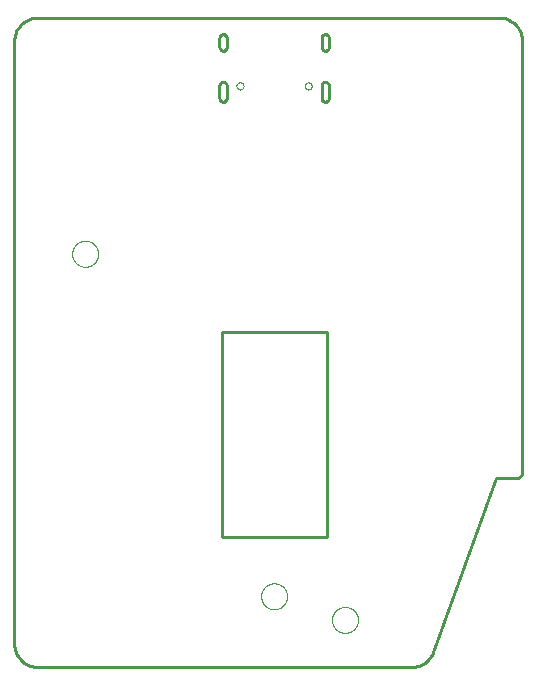
<source format=gko>
G04 EAGLE Gerber RS-274X export*
G75*
%MOMM*%
%FSLAX34Y34*%
%LPD*%
%INBoard Outline*%
%IPPOS*%
%AMOC8*
5,1,8,0,0,1.08239X$1,22.5*%
G01*
G04 Define Apertures*
%ADD10C,0.000000*%
%ADD11C,0.127000*%
%ADD12C,0.254000*%
D10*
X-171000Y150000D02*
X-170997Y150270D01*
X-170987Y150540D01*
X-170970Y150809D01*
X-170947Y151078D01*
X-170917Y151347D01*
X-170881Y151614D01*
X-170838Y151881D01*
X-170789Y152146D01*
X-170733Y152410D01*
X-170670Y152673D01*
X-170602Y152934D01*
X-170526Y153193D01*
X-170445Y153450D01*
X-170357Y153706D01*
X-170263Y153959D01*
X-170163Y154210D01*
X-170056Y154458D01*
X-169944Y154703D01*
X-169825Y154946D01*
X-169701Y155185D01*
X-169571Y155422D01*
X-169435Y155655D01*
X-169293Y155885D01*
X-169146Y156111D01*
X-168993Y156334D01*
X-168835Y156553D01*
X-168672Y156768D01*
X-168503Y156978D01*
X-168329Y157185D01*
X-168150Y157387D01*
X-167967Y157585D01*
X-167778Y157778D01*
X-167585Y157967D01*
X-167387Y158150D01*
X-167185Y158329D01*
X-166978Y158503D01*
X-166768Y158672D01*
X-166553Y158835D01*
X-166334Y158993D01*
X-166111Y159146D01*
X-165885Y159293D01*
X-165655Y159435D01*
X-165422Y159571D01*
X-165185Y159701D01*
X-164946Y159825D01*
X-164703Y159944D01*
X-164458Y160056D01*
X-164210Y160163D01*
X-163959Y160263D01*
X-163706Y160357D01*
X-163450Y160445D01*
X-163193Y160526D01*
X-162934Y160602D01*
X-162673Y160670D01*
X-162410Y160733D01*
X-162146Y160789D01*
X-161881Y160838D01*
X-161614Y160881D01*
X-161347Y160917D01*
X-161078Y160947D01*
X-160809Y160970D01*
X-160540Y160987D01*
X-160270Y160997D01*
X-160000Y161000D01*
X-159730Y160997D01*
X-159460Y160987D01*
X-159191Y160970D01*
X-158922Y160947D01*
X-158653Y160917D01*
X-158386Y160881D01*
X-158119Y160838D01*
X-157854Y160789D01*
X-157590Y160733D01*
X-157327Y160670D01*
X-157066Y160602D01*
X-156807Y160526D01*
X-156550Y160445D01*
X-156294Y160357D01*
X-156041Y160263D01*
X-155790Y160163D01*
X-155542Y160056D01*
X-155297Y159944D01*
X-155054Y159825D01*
X-154815Y159701D01*
X-154578Y159571D01*
X-154345Y159435D01*
X-154115Y159293D01*
X-153889Y159146D01*
X-153666Y158993D01*
X-153447Y158835D01*
X-153232Y158672D01*
X-153022Y158503D01*
X-152815Y158329D01*
X-152613Y158150D01*
X-152415Y157967D01*
X-152222Y157778D01*
X-152033Y157585D01*
X-151850Y157387D01*
X-151671Y157185D01*
X-151497Y156978D01*
X-151328Y156768D01*
X-151165Y156553D01*
X-151007Y156334D01*
X-150854Y156111D01*
X-150707Y155885D01*
X-150565Y155655D01*
X-150429Y155422D01*
X-150299Y155185D01*
X-150175Y154946D01*
X-150056Y154703D01*
X-149944Y154458D01*
X-149837Y154210D01*
X-149737Y153959D01*
X-149643Y153706D01*
X-149555Y153450D01*
X-149474Y153193D01*
X-149398Y152934D01*
X-149330Y152673D01*
X-149267Y152410D01*
X-149211Y152146D01*
X-149162Y151881D01*
X-149119Y151614D01*
X-149083Y151347D01*
X-149053Y151078D01*
X-149030Y150809D01*
X-149013Y150540D01*
X-149003Y150270D01*
X-149000Y150000D01*
X-149003Y149730D01*
X-149013Y149460D01*
X-149030Y149191D01*
X-149053Y148922D01*
X-149083Y148653D01*
X-149119Y148386D01*
X-149162Y148119D01*
X-149211Y147854D01*
X-149267Y147590D01*
X-149330Y147327D01*
X-149398Y147066D01*
X-149474Y146807D01*
X-149555Y146550D01*
X-149643Y146294D01*
X-149737Y146041D01*
X-149837Y145790D01*
X-149944Y145542D01*
X-150056Y145297D01*
X-150175Y145054D01*
X-150299Y144815D01*
X-150429Y144578D01*
X-150565Y144345D01*
X-150707Y144115D01*
X-150854Y143889D01*
X-151007Y143666D01*
X-151165Y143447D01*
X-151328Y143232D01*
X-151497Y143022D01*
X-151671Y142815D01*
X-151850Y142613D01*
X-152033Y142415D01*
X-152222Y142222D01*
X-152415Y142033D01*
X-152613Y141850D01*
X-152815Y141671D01*
X-153022Y141497D01*
X-153232Y141328D01*
X-153447Y141165D01*
X-153666Y141007D01*
X-153889Y140854D01*
X-154115Y140707D01*
X-154345Y140565D01*
X-154578Y140429D01*
X-154815Y140299D01*
X-155054Y140175D01*
X-155297Y140056D01*
X-155542Y139944D01*
X-155790Y139837D01*
X-156041Y139737D01*
X-156294Y139643D01*
X-156550Y139555D01*
X-156807Y139474D01*
X-157066Y139398D01*
X-157327Y139330D01*
X-157590Y139267D01*
X-157854Y139211D01*
X-158119Y139162D01*
X-158386Y139119D01*
X-158653Y139083D01*
X-158922Y139053D01*
X-159191Y139030D01*
X-159460Y139013D01*
X-159730Y139003D01*
X-160000Y139000D01*
X-160270Y139003D01*
X-160540Y139013D01*
X-160809Y139030D01*
X-161078Y139053D01*
X-161347Y139083D01*
X-161614Y139119D01*
X-161881Y139162D01*
X-162146Y139211D01*
X-162410Y139267D01*
X-162673Y139330D01*
X-162934Y139398D01*
X-163193Y139474D01*
X-163450Y139555D01*
X-163706Y139643D01*
X-163959Y139737D01*
X-164210Y139837D01*
X-164458Y139944D01*
X-164703Y140056D01*
X-164946Y140175D01*
X-165185Y140299D01*
X-165422Y140429D01*
X-165655Y140565D01*
X-165885Y140707D01*
X-166111Y140854D01*
X-166334Y141007D01*
X-166553Y141165D01*
X-166768Y141328D01*
X-166978Y141497D01*
X-167185Y141671D01*
X-167387Y141850D01*
X-167585Y142033D01*
X-167778Y142222D01*
X-167967Y142415D01*
X-168150Y142613D01*
X-168329Y142815D01*
X-168503Y143022D01*
X-168672Y143232D01*
X-168835Y143447D01*
X-168993Y143666D01*
X-169146Y143889D01*
X-169293Y144115D01*
X-169435Y144345D01*
X-169571Y144578D01*
X-169701Y144815D01*
X-169825Y145054D01*
X-169944Y145297D01*
X-170056Y145542D01*
X-170163Y145790D01*
X-170263Y146041D01*
X-170357Y146294D01*
X-170445Y146550D01*
X-170526Y146807D01*
X-170602Y147066D01*
X-170670Y147327D01*
X-170733Y147590D01*
X-170789Y147854D01*
X-170838Y148119D01*
X-170881Y148386D01*
X-170917Y148653D01*
X-170947Y148922D01*
X-170970Y149191D01*
X-170987Y149460D01*
X-170997Y149730D01*
X-171000Y150000D01*
X-11000Y-140000D02*
X-10997Y-139730D01*
X-10987Y-139460D01*
X-10970Y-139191D01*
X-10947Y-138922D01*
X-10917Y-138653D01*
X-10881Y-138386D01*
X-10838Y-138119D01*
X-10789Y-137854D01*
X-10733Y-137590D01*
X-10670Y-137327D01*
X-10602Y-137066D01*
X-10526Y-136807D01*
X-10445Y-136550D01*
X-10357Y-136294D01*
X-10263Y-136041D01*
X-10163Y-135790D01*
X-10056Y-135542D01*
X-9944Y-135297D01*
X-9825Y-135054D01*
X-9701Y-134815D01*
X-9571Y-134578D01*
X-9435Y-134345D01*
X-9293Y-134115D01*
X-9146Y-133889D01*
X-8993Y-133666D01*
X-8835Y-133447D01*
X-8672Y-133232D01*
X-8503Y-133022D01*
X-8329Y-132815D01*
X-8150Y-132613D01*
X-7967Y-132415D01*
X-7778Y-132222D01*
X-7585Y-132033D01*
X-7387Y-131850D01*
X-7185Y-131671D01*
X-6978Y-131497D01*
X-6768Y-131328D01*
X-6553Y-131165D01*
X-6334Y-131007D01*
X-6111Y-130854D01*
X-5885Y-130707D01*
X-5655Y-130565D01*
X-5422Y-130429D01*
X-5185Y-130299D01*
X-4946Y-130175D01*
X-4703Y-130056D01*
X-4458Y-129944D01*
X-4210Y-129837D01*
X-3959Y-129737D01*
X-3706Y-129643D01*
X-3450Y-129555D01*
X-3193Y-129474D01*
X-2934Y-129398D01*
X-2673Y-129330D01*
X-2410Y-129267D01*
X-2146Y-129211D01*
X-1881Y-129162D01*
X-1614Y-129119D01*
X-1347Y-129083D01*
X-1078Y-129053D01*
X-809Y-129030D01*
X-540Y-129013D01*
X-270Y-129003D01*
X0Y-129000D01*
X270Y-129003D01*
X540Y-129013D01*
X809Y-129030D01*
X1078Y-129053D01*
X1347Y-129083D01*
X1614Y-129119D01*
X1881Y-129162D01*
X2146Y-129211D01*
X2410Y-129267D01*
X2673Y-129330D01*
X2934Y-129398D01*
X3193Y-129474D01*
X3450Y-129555D01*
X3706Y-129643D01*
X3959Y-129737D01*
X4210Y-129837D01*
X4458Y-129944D01*
X4703Y-130056D01*
X4946Y-130175D01*
X5185Y-130299D01*
X5422Y-130429D01*
X5655Y-130565D01*
X5885Y-130707D01*
X6111Y-130854D01*
X6334Y-131007D01*
X6553Y-131165D01*
X6768Y-131328D01*
X6978Y-131497D01*
X7185Y-131671D01*
X7387Y-131850D01*
X7585Y-132033D01*
X7778Y-132222D01*
X7967Y-132415D01*
X8150Y-132613D01*
X8329Y-132815D01*
X8503Y-133022D01*
X8672Y-133232D01*
X8835Y-133447D01*
X8993Y-133666D01*
X9146Y-133889D01*
X9293Y-134115D01*
X9435Y-134345D01*
X9571Y-134578D01*
X9701Y-134815D01*
X9825Y-135054D01*
X9944Y-135297D01*
X10056Y-135542D01*
X10163Y-135790D01*
X10263Y-136041D01*
X10357Y-136294D01*
X10445Y-136550D01*
X10526Y-136807D01*
X10602Y-137066D01*
X10670Y-137327D01*
X10733Y-137590D01*
X10789Y-137854D01*
X10838Y-138119D01*
X10881Y-138386D01*
X10917Y-138653D01*
X10947Y-138922D01*
X10970Y-139191D01*
X10987Y-139460D01*
X10997Y-139730D01*
X11000Y-140000D01*
X10997Y-140270D01*
X10987Y-140540D01*
X10970Y-140809D01*
X10947Y-141078D01*
X10917Y-141347D01*
X10881Y-141614D01*
X10838Y-141881D01*
X10789Y-142146D01*
X10733Y-142410D01*
X10670Y-142673D01*
X10602Y-142934D01*
X10526Y-143193D01*
X10445Y-143450D01*
X10357Y-143706D01*
X10263Y-143959D01*
X10163Y-144210D01*
X10056Y-144458D01*
X9944Y-144703D01*
X9825Y-144946D01*
X9701Y-145185D01*
X9571Y-145422D01*
X9435Y-145655D01*
X9293Y-145885D01*
X9146Y-146111D01*
X8993Y-146334D01*
X8835Y-146553D01*
X8672Y-146768D01*
X8503Y-146978D01*
X8329Y-147185D01*
X8150Y-147387D01*
X7967Y-147585D01*
X7778Y-147778D01*
X7585Y-147967D01*
X7387Y-148150D01*
X7185Y-148329D01*
X6978Y-148503D01*
X6768Y-148672D01*
X6553Y-148835D01*
X6334Y-148993D01*
X6111Y-149146D01*
X5885Y-149293D01*
X5655Y-149435D01*
X5422Y-149571D01*
X5185Y-149701D01*
X4946Y-149825D01*
X4703Y-149944D01*
X4458Y-150056D01*
X4210Y-150163D01*
X3959Y-150263D01*
X3706Y-150357D01*
X3450Y-150445D01*
X3193Y-150526D01*
X2934Y-150602D01*
X2673Y-150670D01*
X2410Y-150733D01*
X2146Y-150789D01*
X1881Y-150838D01*
X1614Y-150881D01*
X1347Y-150917D01*
X1078Y-150947D01*
X809Y-150970D01*
X540Y-150987D01*
X270Y-150997D01*
X0Y-151000D01*
X-270Y-150997D01*
X-540Y-150987D01*
X-809Y-150970D01*
X-1078Y-150947D01*
X-1347Y-150917D01*
X-1614Y-150881D01*
X-1881Y-150838D01*
X-2146Y-150789D01*
X-2410Y-150733D01*
X-2673Y-150670D01*
X-2934Y-150602D01*
X-3193Y-150526D01*
X-3450Y-150445D01*
X-3706Y-150357D01*
X-3959Y-150263D01*
X-4210Y-150163D01*
X-4458Y-150056D01*
X-4703Y-149944D01*
X-4946Y-149825D01*
X-5185Y-149701D01*
X-5422Y-149571D01*
X-5655Y-149435D01*
X-5885Y-149293D01*
X-6111Y-149146D01*
X-6334Y-148993D01*
X-6553Y-148835D01*
X-6768Y-148672D01*
X-6978Y-148503D01*
X-7185Y-148329D01*
X-7387Y-148150D01*
X-7585Y-147967D01*
X-7778Y-147778D01*
X-7967Y-147585D01*
X-8150Y-147387D01*
X-8329Y-147185D01*
X-8503Y-146978D01*
X-8672Y-146768D01*
X-8835Y-146553D01*
X-8993Y-146334D01*
X-9146Y-146111D01*
X-9293Y-145885D01*
X-9435Y-145655D01*
X-9571Y-145422D01*
X-9701Y-145185D01*
X-9825Y-144946D01*
X-9944Y-144703D01*
X-10056Y-144458D01*
X-10163Y-144210D01*
X-10263Y-143959D01*
X-10357Y-143706D01*
X-10445Y-143450D01*
X-10526Y-143193D01*
X-10602Y-142934D01*
X-10670Y-142673D01*
X-10733Y-142410D01*
X-10789Y-142146D01*
X-10838Y-141881D01*
X-10881Y-141614D01*
X-10917Y-141347D01*
X-10947Y-141078D01*
X-10970Y-140809D01*
X-10987Y-140540D01*
X-10997Y-140270D01*
X-11000Y-140000D01*
X49000Y-160000D02*
X49003Y-159730D01*
X49013Y-159460D01*
X49030Y-159191D01*
X49053Y-158922D01*
X49083Y-158653D01*
X49119Y-158386D01*
X49162Y-158119D01*
X49211Y-157854D01*
X49267Y-157590D01*
X49330Y-157327D01*
X49398Y-157066D01*
X49474Y-156807D01*
X49555Y-156550D01*
X49643Y-156294D01*
X49737Y-156041D01*
X49837Y-155790D01*
X49944Y-155542D01*
X50056Y-155297D01*
X50175Y-155054D01*
X50299Y-154815D01*
X50429Y-154578D01*
X50565Y-154345D01*
X50707Y-154115D01*
X50854Y-153889D01*
X51007Y-153666D01*
X51165Y-153447D01*
X51328Y-153232D01*
X51497Y-153022D01*
X51671Y-152815D01*
X51850Y-152613D01*
X52033Y-152415D01*
X52222Y-152222D01*
X52415Y-152033D01*
X52613Y-151850D01*
X52815Y-151671D01*
X53022Y-151497D01*
X53232Y-151328D01*
X53447Y-151165D01*
X53666Y-151007D01*
X53889Y-150854D01*
X54115Y-150707D01*
X54345Y-150565D01*
X54578Y-150429D01*
X54815Y-150299D01*
X55054Y-150175D01*
X55297Y-150056D01*
X55542Y-149944D01*
X55790Y-149837D01*
X56041Y-149737D01*
X56294Y-149643D01*
X56550Y-149555D01*
X56807Y-149474D01*
X57066Y-149398D01*
X57327Y-149330D01*
X57590Y-149267D01*
X57854Y-149211D01*
X58119Y-149162D01*
X58386Y-149119D01*
X58653Y-149083D01*
X58922Y-149053D01*
X59191Y-149030D01*
X59460Y-149013D01*
X59730Y-149003D01*
X60000Y-149000D01*
X60270Y-149003D01*
X60540Y-149013D01*
X60809Y-149030D01*
X61078Y-149053D01*
X61347Y-149083D01*
X61614Y-149119D01*
X61881Y-149162D01*
X62146Y-149211D01*
X62410Y-149267D01*
X62673Y-149330D01*
X62934Y-149398D01*
X63193Y-149474D01*
X63450Y-149555D01*
X63706Y-149643D01*
X63959Y-149737D01*
X64210Y-149837D01*
X64458Y-149944D01*
X64703Y-150056D01*
X64946Y-150175D01*
X65185Y-150299D01*
X65422Y-150429D01*
X65655Y-150565D01*
X65885Y-150707D01*
X66111Y-150854D01*
X66334Y-151007D01*
X66553Y-151165D01*
X66768Y-151328D01*
X66978Y-151497D01*
X67185Y-151671D01*
X67387Y-151850D01*
X67585Y-152033D01*
X67778Y-152222D01*
X67967Y-152415D01*
X68150Y-152613D01*
X68329Y-152815D01*
X68503Y-153022D01*
X68672Y-153232D01*
X68835Y-153447D01*
X68993Y-153666D01*
X69146Y-153889D01*
X69293Y-154115D01*
X69435Y-154345D01*
X69571Y-154578D01*
X69701Y-154815D01*
X69825Y-155054D01*
X69944Y-155297D01*
X70056Y-155542D01*
X70163Y-155790D01*
X70263Y-156041D01*
X70357Y-156294D01*
X70445Y-156550D01*
X70526Y-156807D01*
X70602Y-157066D01*
X70670Y-157327D01*
X70733Y-157590D01*
X70789Y-157854D01*
X70838Y-158119D01*
X70881Y-158386D01*
X70917Y-158653D01*
X70947Y-158922D01*
X70970Y-159191D01*
X70987Y-159460D01*
X70997Y-159730D01*
X71000Y-160000D01*
X70997Y-160270D01*
X70987Y-160540D01*
X70970Y-160809D01*
X70947Y-161078D01*
X70917Y-161347D01*
X70881Y-161614D01*
X70838Y-161881D01*
X70789Y-162146D01*
X70733Y-162410D01*
X70670Y-162673D01*
X70602Y-162934D01*
X70526Y-163193D01*
X70445Y-163450D01*
X70357Y-163706D01*
X70263Y-163959D01*
X70163Y-164210D01*
X70056Y-164458D01*
X69944Y-164703D01*
X69825Y-164946D01*
X69701Y-165185D01*
X69571Y-165422D01*
X69435Y-165655D01*
X69293Y-165885D01*
X69146Y-166111D01*
X68993Y-166334D01*
X68835Y-166553D01*
X68672Y-166768D01*
X68503Y-166978D01*
X68329Y-167185D01*
X68150Y-167387D01*
X67967Y-167585D01*
X67778Y-167778D01*
X67585Y-167967D01*
X67387Y-168150D01*
X67185Y-168329D01*
X66978Y-168503D01*
X66768Y-168672D01*
X66553Y-168835D01*
X66334Y-168993D01*
X66111Y-169146D01*
X65885Y-169293D01*
X65655Y-169435D01*
X65422Y-169571D01*
X65185Y-169701D01*
X64946Y-169825D01*
X64703Y-169944D01*
X64458Y-170056D01*
X64210Y-170163D01*
X63959Y-170263D01*
X63706Y-170357D01*
X63450Y-170445D01*
X63193Y-170526D01*
X62934Y-170602D01*
X62673Y-170670D01*
X62410Y-170733D01*
X62146Y-170789D01*
X61881Y-170838D01*
X61614Y-170881D01*
X61347Y-170917D01*
X61078Y-170947D01*
X60809Y-170970D01*
X60540Y-170987D01*
X60270Y-170997D01*
X60000Y-171000D01*
X59730Y-170997D01*
X59460Y-170987D01*
X59191Y-170970D01*
X58922Y-170947D01*
X58653Y-170917D01*
X58386Y-170881D01*
X58119Y-170838D01*
X57854Y-170789D01*
X57590Y-170733D01*
X57327Y-170670D01*
X57066Y-170602D01*
X56807Y-170526D01*
X56550Y-170445D01*
X56294Y-170357D01*
X56041Y-170263D01*
X55790Y-170163D01*
X55542Y-170056D01*
X55297Y-169944D01*
X55054Y-169825D01*
X54815Y-169701D01*
X54578Y-169571D01*
X54345Y-169435D01*
X54115Y-169293D01*
X53889Y-169146D01*
X53666Y-168993D01*
X53447Y-168835D01*
X53232Y-168672D01*
X53022Y-168503D01*
X52815Y-168329D01*
X52613Y-168150D01*
X52415Y-167967D01*
X52222Y-167778D01*
X52033Y-167585D01*
X51850Y-167387D01*
X51671Y-167185D01*
X51497Y-166978D01*
X51328Y-166768D01*
X51165Y-166553D01*
X51007Y-166334D01*
X50854Y-166111D01*
X50707Y-165885D01*
X50565Y-165655D01*
X50429Y-165422D01*
X50299Y-165185D01*
X50175Y-164946D01*
X50056Y-164703D01*
X49944Y-164458D01*
X49837Y-164210D01*
X49737Y-163959D01*
X49643Y-163706D01*
X49555Y-163450D01*
X49474Y-163193D01*
X49398Y-162934D01*
X49330Y-162673D01*
X49267Y-162410D01*
X49211Y-162146D01*
X49162Y-161881D01*
X49119Y-161614D01*
X49083Y-161347D01*
X49053Y-161078D01*
X49030Y-160809D01*
X49013Y-160540D01*
X49003Y-160270D01*
X49000Y-160000D01*
X115996Y-200000D02*
X116485Y-199994D01*
X116973Y-199976D01*
X117461Y-199946D01*
X117948Y-199905D01*
X118433Y-199851D01*
X118918Y-199785D01*
X119400Y-199708D01*
X119881Y-199619D01*
X120359Y-199518D01*
X120834Y-199406D01*
X121307Y-199282D01*
X121777Y-199146D01*
X122243Y-198999D01*
X122705Y-198841D01*
X123163Y-198672D01*
X123617Y-198491D01*
X124067Y-198299D01*
X124512Y-198097D01*
X124951Y-197883D01*
X125385Y-197659D01*
X125814Y-197424D01*
X126237Y-197179D01*
X126654Y-196924D01*
X127064Y-196658D01*
X127468Y-196383D01*
X127864Y-196098D01*
X128254Y-195803D01*
X128637Y-195499D01*
X129011Y-195185D01*
X129379Y-194863D01*
X129738Y-194532D01*
X130089Y-194191D01*
X130431Y-193843D01*
X130765Y-193486D01*
X131090Y-193121D01*
X131406Y-192748D01*
X131713Y-192368D01*
X132011Y-191980D01*
X132299Y-191586D01*
X132577Y-191184D01*
X132845Y-190775D01*
X133103Y-190361D01*
X133351Y-189939D01*
X133589Y-189512D01*
X133816Y-189080D01*
X134033Y-188642D01*
X134238Y-188198D01*
X134433Y-187750D01*
X134617Y-187298D01*
X134790Y-186840D01*
X188235Y-40000D01*
X205000Y-40000D01*
X205140Y-39998D01*
X205280Y-39992D01*
X205420Y-39982D01*
X205560Y-39969D01*
X205699Y-39951D01*
X205838Y-39929D01*
X205975Y-39904D01*
X206113Y-39875D01*
X206249Y-39842D01*
X206384Y-39805D01*
X206518Y-39764D01*
X206651Y-39719D01*
X206783Y-39671D01*
X206913Y-39619D01*
X207042Y-39564D01*
X207169Y-39505D01*
X207295Y-39442D01*
X207419Y-39376D01*
X207540Y-39307D01*
X207660Y-39234D01*
X207778Y-39157D01*
X207893Y-39078D01*
X208007Y-38995D01*
X208117Y-38909D01*
X208226Y-38820D01*
X208332Y-38728D01*
X208435Y-38633D01*
X208536Y-38536D01*
X208633Y-38435D01*
X208728Y-38332D01*
X208820Y-38226D01*
X208909Y-38117D01*
X208995Y-38007D01*
X209078Y-37893D01*
X209157Y-37778D01*
X209234Y-37660D01*
X209307Y-37540D01*
X209376Y-37419D01*
X209442Y-37295D01*
X209505Y-37169D01*
X209564Y-37042D01*
X209619Y-36913D01*
X209671Y-36783D01*
X209719Y-36651D01*
X209764Y-36518D01*
X209805Y-36384D01*
X209842Y-36249D01*
X209875Y-36113D01*
X209904Y-35975D01*
X209929Y-35838D01*
X209951Y-35699D01*
X209969Y-35560D01*
X209982Y-35420D01*
X209992Y-35280D01*
X209998Y-35140D01*
X210000Y-35000D01*
X210000Y330000D01*
X209994Y330483D01*
X209977Y330966D01*
X209947Y331449D01*
X209907Y331930D01*
X209854Y332411D01*
X209790Y332890D01*
X209715Y333367D01*
X209627Y333843D01*
X209529Y334316D01*
X209419Y334786D01*
X209298Y335254D01*
X209165Y335719D01*
X209021Y336180D01*
X208866Y336638D01*
X208700Y337092D01*
X208523Y337542D01*
X208336Y337987D01*
X208137Y338428D01*
X207929Y338864D01*
X207709Y339294D01*
X207479Y339720D01*
X207239Y340139D01*
X206989Y340553D01*
X206729Y340960D01*
X206460Y341361D01*
X206180Y341756D01*
X205892Y342143D01*
X205593Y342524D01*
X205286Y342897D01*
X204970Y343262D01*
X204645Y343620D01*
X204312Y343970D01*
X203970Y344312D01*
X203620Y344645D01*
X203262Y344970D01*
X202897Y345286D01*
X202524Y345593D01*
X202143Y345892D01*
X201756Y346180D01*
X201361Y346460D01*
X200960Y346729D01*
X200553Y346989D01*
X200139Y347239D01*
X199720Y347479D01*
X199294Y347709D01*
X198864Y347929D01*
X198428Y348137D01*
X197987Y348336D01*
X197542Y348523D01*
X197092Y348700D01*
X196638Y348866D01*
X196180Y349021D01*
X195719Y349165D01*
X195254Y349298D01*
X194786Y349419D01*
X194316Y349529D01*
X193843Y349627D01*
X193367Y349715D01*
X192890Y349790D01*
X192411Y349854D01*
X191930Y349907D01*
X191449Y349947D01*
X190966Y349977D01*
X190483Y349994D01*
X190000Y350000D01*
X-200000Y350000D01*
X-200483Y349994D01*
X-200966Y349977D01*
X-201449Y349947D01*
X-201930Y349907D01*
X-202411Y349854D01*
X-202890Y349790D01*
X-203367Y349715D01*
X-203843Y349627D01*
X-204316Y349529D01*
X-204786Y349419D01*
X-205254Y349298D01*
X-205719Y349165D01*
X-206180Y349021D01*
X-206638Y348866D01*
X-207092Y348700D01*
X-207542Y348523D01*
X-207987Y348336D01*
X-208428Y348137D01*
X-208864Y347929D01*
X-209294Y347709D01*
X-209720Y347479D01*
X-210139Y347239D01*
X-210553Y346989D01*
X-210960Y346729D01*
X-211361Y346460D01*
X-211756Y346180D01*
X-212143Y345892D01*
X-212524Y345593D01*
X-212897Y345286D01*
X-213262Y344970D01*
X-213620Y344645D01*
X-213970Y344312D01*
X-214312Y343970D01*
X-214645Y343620D01*
X-214970Y343262D01*
X-215286Y342897D01*
X-215593Y342524D01*
X-215892Y342143D01*
X-216180Y341756D01*
X-216460Y341361D01*
X-216729Y340960D01*
X-216989Y340553D01*
X-217239Y340139D01*
X-217479Y339720D01*
X-217709Y339294D01*
X-217929Y338864D01*
X-218137Y338428D01*
X-218336Y337987D01*
X-218523Y337542D01*
X-218700Y337092D01*
X-218866Y336638D01*
X-219021Y336180D01*
X-219165Y335719D01*
X-219298Y335254D01*
X-219419Y334786D01*
X-219529Y334316D01*
X-219627Y333843D01*
X-219715Y333367D01*
X-219790Y332890D01*
X-219854Y332411D01*
X-219907Y331930D01*
X-219947Y331449D01*
X-219977Y330966D01*
X-219994Y330483D01*
X-220000Y330000D01*
X-220000Y-180000D01*
X-219994Y-180483D01*
X-219977Y-180966D01*
X-219947Y-181449D01*
X-219907Y-181930D01*
X-219854Y-182411D01*
X-219790Y-182890D01*
X-219715Y-183367D01*
X-219627Y-183843D01*
X-219529Y-184316D01*
X-219419Y-184786D01*
X-219298Y-185254D01*
X-219165Y-185719D01*
X-219021Y-186180D01*
X-218866Y-186638D01*
X-218700Y-187092D01*
X-218523Y-187542D01*
X-218336Y-187987D01*
X-218137Y-188428D01*
X-217929Y-188864D01*
X-217709Y-189294D01*
X-217479Y-189720D01*
X-217239Y-190139D01*
X-216989Y-190553D01*
X-216729Y-190960D01*
X-216460Y-191361D01*
X-216180Y-191756D01*
X-215892Y-192143D01*
X-215593Y-192524D01*
X-215286Y-192897D01*
X-214970Y-193262D01*
X-214645Y-193620D01*
X-214312Y-193970D01*
X-213970Y-194312D01*
X-213620Y-194645D01*
X-213262Y-194970D01*
X-212897Y-195286D01*
X-212524Y-195593D01*
X-212143Y-195892D01*
X-211756Y-196180D01*
X-211361Y-196460D01*
X-210960Y-196729D01*
X-210553Y-196989D01*
X-210139Y-197239D01*
X-209720Y-197479D01*
X-209294Y-197709D01*
X-208864Y-197929D01*
X-208428Y-198137D01*
X-207987Y-198336D01*
X-207542Y-198523D01*
X-207092Y-198700D01*
X-206638Y-198866D01*
X-206180Y-199021D01*
X-205719Y-199165D01*
X-205254Y-199298D01*
X-204786Y-199419D01*
X-204316Y-199529D01*
X-203843Y-199627D01*
X-203367Y-199715D01*
X-202890Y-199790D01*
X-202411Y-199854D01*
X-201930Y-199907D01*
X-201449Y-199947D01*
X-200966Y-199977D01*
X-200483Y-199994D01*
X-200000Y-200000D01*
X115996Y-200000D01*
X-43250Y278700D02*
X-43357Y278702D01*
X-43464Y278708D01*
X-43571Y278717D01*
X-43677Y278731D01*
X-43783Y278748D01*
X-43888Y278769D01*
X-43992Y278793D01*
X-44095Y278822D01*
X-44197Y278854D01*
X-44298Y278889D01*
X-44398Y278928D01*
X-44496Y278971D01*
X-44593Y279017D01*
X-44688Y279067D01*
X-44781Y279120D01*
X-44872Y279176D01*
X-44961Y279236D01*
X-45048Y279298D01*
X-45132Y279364D01*
X-45215Y279433D01*
X-45294Y279504D01*
X-45371Y279579D01*
X-45446Y279656D01*
X-45517Y279735D01*
X-45586Y279818D01*
X-45652Y279902D01*
X-45714Y279989D01*
X-45774Y280078D01*
X-45830Y280169D01*
X-45883Y280262D01*
X-45933Y280357D01*
X-45979Y280454D01*
X-46022Y280552D01*
X-46061Y280652D01*
X-46096Y280753D01*
X-46128Y280855D01*
X-46157Y280958D01*
X-46181Y281062D01*
X-46202Y281167D01*
X-46219Y281273D01*
X-46233Y281379D01*
X-46242Y281486D01*
X-46248Y281593D01*
X-46250Y281700D01*
X-43250Y278700D02*
X-43143Y278702D01*
X-43036Y278708D01*
X-42929Y278717D01*
X-42823Y278731D01*
X-42717Y278748D01*
X-42612Y278769D01*
X-42508Y278793D01*
X-42405Y278822D01*
X-42303Y278854D01*
X-42202Y278889D01*
X-42102Y278928D01*
X-42004Y278971D01*
X-41907Y279017D01*
X-41812Y279067D01*
X-41719Y279120D01*
X-41628Y279176D01*
X-41539Y279236D01*
X-41452Y279298D01*
X-41368Y279364D01*
X-41285Y279433D01*
X-41206Y279504D01*
X-41129Y279579D01*
X-41054Y279656D01*
X-40983Y279735D01*
X-40914Y279818D01*
X-40848Y279902D01*
X-40786Y279989D01*
X-40726Y280078D01*
X-40670Y280169D01*
X-40617Y280262D01*
X-40567Y280357D01*
X-40521Y280454D01*
X-40478Y280552D01*
X-40439Y280652D01*
X-40404Y280753D01*
X-40372Y280855D01*
X-40343Y280958D01*
X-40319Y281062D01*
X-40298Y281167D01*
X-40281Y281273D01*
X-40267Y281379D01*
X-40258Y281486D01*
X-40252Y281593D01*
X-40250Y281700D01*
X-40250Y292700D01*
X-40252Y292807D01*
X-40258Y292914D01*
X-40267Y293021D01*
X-40281Y293127D01*
X-40298Y293233D01*
X-40319Y293338D01*
X-40343Y293442D01*
X-40372Y293545D01*
X-40404Y293647D01*
X-40439Y293748D01*
X-40478Y293848D01*
X-40521Y293946D01*
X-40567Y294043D01*
X-40617Y294138D01*
X-40670Y294231D01*
X-40726Y294322D01*
X-40786Y294411D01*
X-40848Y294498D01*
X-40914Y294582D01*
X-40983Y294665D01*
X-41054Y294744D01*
X-41129Y294821D01*
X-41206Y294896D01*
X-41285Y294967D01*
X-41368Y295036D01*
X-41452Y295102D01*
X-41539Y295164D01*
X-41628Y295224D01*
X-41719Y295280D01*
X-41812Y295333D01*
X-41907Y295383D01*
X-42004Y295429D01*
X-42102Y295472D01*
X-42202Y295511D01*
X-42303Y295546D01*
X-42405Y295578D01*
X-42508Y295607D01*
X-42612Y295631D01*
X-42717Y295652D01*
X-42823Y295669D01*
X-42929Y295683D01*
X-43036Y295692D01*
X-43143Y295698D01*
X-43250Y295700D01*
X-43357Y295698D01*
X-43464Y295692D01*
X-43571Y295683D01*
X-43677Y295669D01*
X-43783Y295652D01*
X-43888Y295631D01*
X-43992Y295607D01*
X-44095Y295578D01*
X-44197Y295546D01*
X-44298Y295511D01*
X-44398Y295472D01*
X-44496Y295429D01*
X-44593Y295383D01*
X-44688Y295333D01*
X-44781Y295280D01*
X-44872Y295224D01*
X-44961Y295164D01*
X-45048Y295102D01*
X-45132Y295036D01*
X-45215Y294967D01*
X-45294Y294896D01*
X-45371Y294821D01*
X-45446Y294744D01*
X-45517Y294665D01*
X-45586Y294582D01*
X-45652Y294498D01*
X-45714Y294411D01*
X-45774Y294322D01*
X-45830Y294231D01*
X-45883Y294138D01*
X-45933Y294043D01*
X-45979Y293946D01*
X-46022Y293848D01*
X-46061Y293748D01*
X-46096Y293647D01*
X-46128Y293545D01*
X-46157Y293442D01*
X-46181Y293338D01*
X-46202Y293233D01*
X-46219Y293127D01*
X-46233Y293021D01*
X-46242Y292914D01*
X-46248Y292807D01*
X-46250Y292700D01*
X-46250Y281700D01*
X40250Y281700D02*
X40252Y281593D01*
X40258Y281486D01*
X40267Y281379D01*
X40281Y281273D01*
X40298Y281167D01*
X40319Y281062D01*
X40343Y280958D01*
X40372Y280855D01*
X40404Y280753D01*
X40439Y280652D01*
X40478Y280552D01*
X40521Y280454D01*
X40567Y280357D01*
X40617Y280262D01*
X40670Y280169D01*
X40726Y280078D01*
X40786Y279989D01*
X40848Y279902D01*
X40914Y279818D01*
X40983Y279735D01*
X41054Y279656D01*
X41129Y279579D01*
X41206Y279504D01*
X41285Y279433D01*
X41368Y279364D01*
X41452Y279298D01*
X41539Y279236D01*
X41628Y279176D01*
X41719Y279120D01*
X41812Y279067D01*
X41907Y279017D01*
X42004Y278971D01*
X42102Y278928D01*
X42202Y278889D01*
X42303Y278854D01*
X42405Y278822D01*
X42508Y278793D01*
X42612Y278769D01*
X42717Y278748D01*
X42823Y278731D01*
X42929Y278717D01*
X43036Y278708D01*
X43143Y278702D01*
X43250Y278700D01*
X43357Y278702D01*
X43464Y278708D01*
X43571Y278717D01*
X43677Y278731D01*
X43783Y278748D01*
X43888Y278769D01*
X43992Y278793D01*
X44095Y278822D01*
X44197Y278854D01*
X44298Y278889D01*
X44398Y278928D01*
X44496Y278971D01*
X44593Y279017D01*
X44688Y279067D01*
X44781Y279120D01*
X44872Y279176D01*
X44961Y279236D01*
X45048Y279298D01*
X45132Y279364D01*
X45215Y279433D01*
X45294Y279504D01*
X45371Y279579D01*
X45446Y279656D01*
X45517Y279735D01*
X45586Y279818D01*
X45652Y279902D01*
X45714Y279989D01*
X45774Y280078D01*
X45830Y280169D01*
X45883Y280262D01*
X45933Y280357D01*
X45979Y280454D01*
X46022Y280552D01*
X46061Y280652D01*
X46096Y280753D01*
X46128Y280855D01*
X46157Y280958D01*
X46181Y281062D01*
X46202Y281167D01*
X46219Y281273D01*
X46233Y281379D01*
X46242Y281486D01*
X46248Y281593D01*
X46250Y281700D01*
X46250Y292700D01*
X46248Y292807D01*
X46242Y292914D01*
X46233Y293021D01*
X46219Y293127D01*
X46202Y293233D01*
X46181Y293338D01*
X46157Y293442D01*
X46128Y293545D01*
X46096Y293647D01*
X46061Y293748D01*
X46022Y293848D01*
X45979Y293946D01*
X45933Y294043D01*
X45883Y294138D01*
X45830Y294231D01*
X45774Y294322D01*
X45714Y294411D01*
X45652Y294498D01*
X45586Y294582D01*
X45517Y294665D01*
X45446Y294744D01*
X45371Y294821D01*
X45294Y294896D01*
X45215Y294967D01*
X45132Y295036D01*
X45048Y295102D01*
X44961Y295164D01*
X44872Y295224D01*
X44781Y295280D01*
X44688Y295333D01*
X44593Y295383D01*
X44496Y295429D01*
X44398Y295472D01*
X44298Y295511D01*
X44197Y295546D01*
X44095Y295578D01*
X43992Y295607D01*
X43888Y295631D01*
X43783Y295652D01*
X43677Y295669D01*
X43571Y295683D01*
X43464Y295692D01*
X43357Y295698D01*
X43250Y295700D01*
X43143Y295698D01*
X43036Y295692D01*
X42929Y295683D01*
X42823Y295669D01*
X42717Y295652D01*
X42612Y295631D01*
X42508Y295607D01*
X42405Y295578D01*
X42303Y295546D01*
X42202Y295511D01*
X42102Y295472D01*
X42004Y295429D01*
X41907Y295383D01*
X41812Y295333D01*
X41719Y295280D01*
X41628Y295224D01*
X41539Y295164D01*
X41452Y295102D01*
X41368Y295036D01*
X41285Y294967D01*
X41206Y294896D01*
X41129Y294821D01*
X41054Y294744D01*
X40983Y294665D01*
X40914Y294582D01*
X40848Y294498D01*
X40786Y294411D01*
X40726Y294322D01*
X40670Y294231D01*
X40617Y294138D01*
X40567Y294043D01*
X40521Y293946D01*
X40478Y293848D01*
X40439Y293748D01*
X40404Y293647D01*
X40372Y293545D01*
X40343Y293442D01*
X40319Y293338D01*
X40298Y293233D01*
X40281Y293127D01*
X40267Y293021D01*
X40258Y292914D01*
X40252Y292807D01*
X40250Y292700D01*
X40250Y281700D01*
X-43250Y321900D02*
X-43357Y321902D01*
X-43464Y321908D01*
X-43571Y321917D01*
X-43677Y321931D01*
X-43783Y321948D01*
X-43888Y321969D01*
X-43992Y321993D01*
X-44095Y322022D01*
X-44197Y322054D01*
X-44298Y322089D01*
X-44398Y322128D01*
X-44496Y322171D01*
X-44593Y322217D01*
X-44688Y322267D01*
X-44781Y322320D01*
X-44872Y322376D01*
X-44961Y322436D01*
X-45048Y322498D01*
X-45132Y322564D01*
X-45215Y322633D01*
X-45294Y322704D01*
X-45371Y322779D01*
X-45446Y322856D01*
X-45517Y322935D01*
X-45586Y323018D01*
X-45652Y323102D01*
X-45714Y323189D01*
X-45774Y323278D01*
X-45830Y323369D01*
X-45883Y323462D01*
X-45933Y323557D01*
X-45979Y323654D01*
X-46022Y323752D01*
X-46061Y323852D01*
X-46096Y323953D01*
X-46128Y324055D01*
X-46157Y324158D01*
X-46181Y324262D01*
X-46202Y324367D01*
X-46219Y324473D01*
X-46233Y324579D01*
X-46242Y324686D01*
X-46248Y324793D01*
X-46250Y324900D01*
X-43250Y321900D02*
X-43143Y321902D01*
X-43036Y321908D01*
X-42929Y321917D01*
X-42823Y321931D01*
X-42717Y321948D01*
X-42612Y321969D01*
X-42508Y321993D01*
X-42405Y322022D01*
X-42303Y322054D01*
X-42202Y322089D01*
X-42102Y322128D01*
X-42004Y322171D01*
X-41907Y322217D01*
X-41812Y322267D01*
X-41719Y322320D01*
X-41628Y322376D01*
X-41539Y322436D01*
X-41452Y322498D01*
X-41368Y322564D01*
X-41285Y322633D01*
X-41206Y322704D01*
X-41129Y322779D01*
X-41054Y322856D01*
X-40983Y322935D01*
X-40914Y323018D01*
X-40848Y323102D01*
X-40786Y323189D01*
X-40726Y323278D01*
X-40670Y323369D01*
X-40617Y323462D01*
X-40567Y323557D01*
X-40521Y323654D01*
X-40478Y323752D01*
X-40439Y323852D01*
X-40404Y323953D01*
X-40372Y324055D01*
X-40343Y324158D01*
X-40319Y324262D01*
X-40298Y324367D01*
X-40281Y324473D01*
X-40267Y324579D01*
X-40258Y324686D01*
X-40252Y324793D01*
X-40250Y324900D01*
X-40250Y332900D01*
X-40252Y333007D01*
X-40258Y333114D01*
X-40267Y333221D01*
X-40281Y333327D01*
X-40298Y333433D01*
X-40319Y333538D01*
X-40343Y333642D01*
X-40372Y333745D01*
X-40404Y333847D01*
X-40439Y333948D01*
X-40478Y334048D01*
X-40521Y334146D01*
X-40567Y334243D01*
X-40617Y334338D01*
X-40670Y334431D01*
X-40726Y334522D01*
X-40786Y334611D01*
X-40848Y334698D01*
X-40914Y334782D01*
X-40983Y334865D01*
X-41054Y334944D01*
X-41129Y335021D01*
X-41206Y335096D01*
X-41285Y335167D01*
X-41368Y335236D01*
X-41452Y335302D01*
X-41539Y335364D01*
X-41628Y335424D01*
X-41719Y335480D01*
X-41812Y335533D01*
X-41907Y335583D01*
X-42004Y335629D01*
X-42102Y335672D01*
X-42202Y335711D01*
X-42303Y335746D01*
X-42405Y335778D01*
X-42508Y335807D01*
X-42612Y335831D01*
X-42717Y335852D01*
X-42823Y335869D01*
X-42929Y335883D01*
X-43036Y335892D01*
X-43143Y335898D01*
X-43250Y335900D01*
X-43357Y335898D01*
X-43464Y335892D01*
X-43571Y335883D01*
X-43677Y335869D01*
X-43783Y335852D01*
X-43888Y335831D01*
X-43992Y335807D01*
X-44095Y335778D01*
X-44197Y335746D01*
X-44298Y335711D01*
X-44398Y335672D01*
X-44496Y335629D01*
X-44593Y335583D01*
X-44688Y335533D01*
X-44781Y335480D01*
X-44872Y335424D01*
X-44961Y335364D01*
X-45048Y335302D01*
X-45132Y335236D01*
X-45215Y335167D01*
X-45294Y335096D01*
X-45371Y335021D01*
X-45446Y334944D01*
X-45517Y334865D01*
X-45586Y334782D01*
X-45652Y334698D01*
X-45714Y334611D01*
X-45774Y334522D01*
X-45830Y334431D01*
X-45883Y334338D01*
X-45933Y334243D01*
X-45979Y334146D01*
X-46022Y334048D01*
X-46061Y333948D01*
X-46096Y333847D01*
X-46128Y333745D01*
X-46157Y333642D01*
X-46181Y333538D01*
X-46202Y333433D01*
X-46219Y333327D01*
X-46233Y333221D01*
X-46242Y333114D01*
X-46248Y333007D01*
X-46250Y332900D01*
X-46250Y324900D01*
X40250Y324900D02*
X40252Y324793D01*
X40258Y324686D01*
X40267Y324579D01*
X40281Y324473D01*
X40298Y324367D01*
X40319Y324262D01*
X40343Y324158D01*
X40372Y324055D01*
X40404Y323953D01*
X40439Y323852D01*
X40478Y323752D01*
X40521Y323654D01*
X40567Y323557D01*
X40617Y323462D01*
X40670Y323369D01*
X40726Y323278D01*
X40786Y323189D01*
X40848Y323102D01*
X40914Y323018D01*
X40983Y322935D01*
X41054Y322856D01*
X41129Y322779D01*
X41206Y322704D01*
X41285Y322633D01*
X41368Y322564D01*
X41452Y322498D01*
X41539Y322436D01*
X41628Y322376D01*
X41719Y322320D01*
X41812Y322267D01*
X41907Y322217D01*
X42004Y322171D01*
X42102Y322128D01*
X42202Y322089D01*
X42303Y322054D01*
X42405Y322022D01*
X42508Y321993D01*
X42612Y321969D01*
X42717Y321948D01*
X42823Y321931D01*
X42929Y321917D01*
X43036Y321908D01*
X43143Y321902D01*
X43250Y321900D01*
X43357Y321902D01*
X43464Y321908D01*
X43571Y321917D01*
X43677Y321931D01*
X43783Y321948D01*
X43888Y321969D01*
X43992Y321993D01*
X44095Y322022D01*
X44197Y322054D01*
X44298Y322089D01*
X44398Y322128D01*
X44496Y322171D01*
X44593Y322217D01*
X44688Y322267D01*
X44781Y322320D01*
X44872Y322376D01*
X44961Y322436D01*
X45048Y322498D01*
X45132Y322564D01*
X45215Y322633D01*
X45294Y322704D01*
X45371Y322779D01*
X45446Y322856D01*
X45517Y322935D01*
X45586Y323018D01*
X45652Y323102D01*
X45714Y323189D01*
X45774Y323278D01*
X45830Y323369D01*
X45883Y323462D01*
X45933Y323557D01*
X45979Y323654D01*
X46022Y323752D01*
X46061Y323852D01*
X46096Y323953D01*
X46128Y324055D01*
X46157Y324158D01*
X46181Y324262D01*
X46202Y324367D01*
X46219Y324473D01*
X46233Y324579D01*
X46242Y324686D01*
X46248Y324793D01*
X46250Y324900D01*
X46250Y332900D01*
X46248Y333007D01*
X46242Y333114D01*
X46233Y333221D01*
X46219Y333327D01*
X46202Y333433D01*
X46181Y333538D01*
X46157Y333642D01*
X46128Y333745D01*
X46096Y333847D01*
X46061Y333948D01*
X46022Y334048D01*
X45979Y334146D01*
X45933Y334243D01*
X45883Y334338D01*
X45830Y334431D01*
X45774Y334522D01*
X45714Y334611D01*
X45652Y334698D01*
X45586Y334782D01*
X45517Y334865D01*
X45446Y334944D01*
X45371Y335021D01*
X45294Y335096D01*
X45215Y335167D01*
X45132Y335236D01*
X45048Y335302D01*
X44961Y335364D01*
X44872Y335424D01*
X44781Y335480D01*
X44688Y335533D01*
X44593Y335583D01*
X44496Y335629D01*
X44398Y335672D01*
X44298Y335711D01*
X44197Y335746D01*
X44095Y335778D01*
X43992Y335807D01*
X43888Y335831D01*
X43783Y335852D01*
X43677Y335869D01*
X43571Y335883D01*
X43464Y335892D01*
X43357Y335898D01*
X43250Y335900D01*
X43143Y335898D01*
X43036Y335892D01*
X42929Y335883D01*
X42823Y335869D01*
X42717Y335852D01*
X42612Y335831D01*
X42508Y335807D01*
X42405Y335778D01*
X42303Y335746D01*
X42202Y335711D01*
X42102Y335672D01*
X42004Y335629D01*
X41907Y335583D01*
X41812Y335533D01*
X41719Y335480D01*
X41628Y335424D01*
X41539Y335364D01*
X41452Y335302D01*
X41368Y335236D01*
X41285Y335167D01*
X41206Y335096D01*
X41129Y335021D01*
X41054Y334944D01*
X40983Y334865D01*
X40914Y334782D01*
X40848Y334698D01*
X40786Y334611D01*
X40726Y334522D01*
X40670Y334431D01*
X40617Y334338D01*
X40567Y334243D01*
X40521Y334146D01*
X40478Y334048D01*
X40439Y333948D01*
X40404Y333847D01*
X40372Y333745D01*
X40343Y333642D01*
X40319Y333538D01*
X40298Y333433D01*
X40281Y333327D01*
X40267Y333221D01*
X40258Y333114D01*
X40252Y333007D01*
X40250Y332900D01*
X40250Y324900D01*
X-31900Y292100D02*
X-31898Y292209D01*
X-31892Y292318D01*
X-31882Y292426D01*
X-31868Y292534D01*
X-31851Y292642D01*
X-31829Y292749D01*
X-31804Y292855D01*
X-31774Y292959D01*
X-31741Y293063D01*
X-31704Y293166D01*
X-31664Y293267D01*
X-31620Y293366D01*
X-31572Y293464D01*
X-31520Y293561D01*
X-31466Y293655D01*
X-31408Y293747D01*
X-31346Y293837D01*
X-31281Y293924D01*
X-31214Y294010D01*
X-31143Y294093D01*
X-31069Y294173D01*
X-30992Y294250D01*
X-30913Y294325D01*
X-30831Y294396D01*
X-30746Y294465D01*
X-30659Y294530D01*
X-30570Y294593D01*
X-30478Y294651D01*
X-30384Y294707D01*
X-30289Y294759D01*
X-30191Y294808D01*
X-30092Y294853D01*
X-29991Y294895D01*
X-29889Y294932D01*
X-29786Y294966D01*
X-29681Y294997D01*
X-29575Y295023D01*
X-29469Y295046D01*
X-29361Y295064D01*
X-29253Y295079D01*
X-29145Y295090D01*
X-29036Y295097D01*
X-28927Y295100D01*
X-28818Y295099D01*
X-28709Y295094D01*
X-28601Y295085D01*
X-28493Y295072D01*
X-28385Y295055D01*
X-28278Y295035D01*
X-28172Y295010D01*
X-28067Y294982D01*
X-27963Y294950D01*
X-27860Y294914D01*
X-27758Y294874D01*
X-27658Y294831D01*
X-27560Y294784D01*
X-27463Y294734D01*
X-27369Y294680D01*
X-27276Y294622D01*
X-27185Y294562D01*
X-27097Y294498D01*
X-27011Y294431D01*
X-26928Y294361D01*
X-26847Y294288D01*
X-26769Y294212D01*
X-26694Y294133D01*
X-26621Y294051D01*
X-26552Y293967D01*
X-26486Y293881D01*
X-26423Y293792D01*
X-26363Y293701D01*
X-26306Y293608D01*
X-26253Y293513D01*
X-26204Y293416D01*
X-26158Y293317D01*
X-26116Y293217D01*
X-26077Y293115D01*
X-26042Y293011D01*
X-26011Y292907D01*
X-25983Y292802D01*
X-25960Y292695D01*
X-25940Y292588D01*
X-25924Y292480D01*
X-25912Y292372D01*
X-25904Y292263D01*
X-25900Y292154D01*
X-25900Y292046D01*
X-25904Y291937D01*
X-25912Y291828D01*
X-25924Y291720D01*
X-25940Y291612D01*
X-25960Y291505D01*
X-25983Y291398D01*
X-26011Y291293D01*
X-26042Y291189D01*
X-26077Y291085D01*
X-26116Y290983D01*
X-26158Y290883D01*
X-26204Y290784D01*
X-26253Y290687D01*
X-26306Y290592D01*
X-26363Y290499D01*
X-26423Y290408D01*
X-26486Y290319D01*
X-26552Y290233D01*
X-26621Y290149D01*
X-26694Y290067D01*
X-26769Y289988D01*
X-26847Y289912D01*
X-26928Y289839D01*
X-27011Y289769D01*
X-27097Y289702D01*
X-27185Y289638D01*
X-27276Y289578D01*
X-27369Y289520D01*
X-27463Y289466D01*
X-27560Y289416D01*
X-27658Y289369D01*
X-27758Y289326D01*
X-27860Y289286D01*
X-27963Y289250D01*
X-28067Y289218D01*
X-28172Y289190D01*
X-28278Y289165D01*
X-28385Y289145D01*
X-28493Y289128D01*
X-28601Y289115D01*
X-28709Y289106D01*
X-28818Y289101D01*
X-28927Y289100D01*
X-29036Y289103D01*
X-29145Y289110D01*
X-29253Y289121D01*
X-29361Y289136D01*
X-29469Y289154D01*
X-29575Y289177D01*
X-29681Y289203D01*
X-29786Y289234D01*
X-29889Y289268D01*
X-29991Y289305D01*
X-30092Y289347D01*
X-30191Y289392D01*
X-30289Y289441D01*
X-30384Y289493D01*
X-30478Y289549D01*
X-30570Y289607D01*
X-30659Y289670D01*
X-30746Y289735D01*
X-30831Y289804D01*
X-30913Y289875D01*
X-30992Y289950D01*
X-31069Y290027D01*
X-31143Y290107D01*
X-31214Y290190D01*
X-31281Y290276D01*
X-31346Y290363D01*
X-31408Y290453D01*
X-31466Y290545D01*
X-31520Y290639D01*
X-31572Y290736D01*
X-31620Y290834D01*
X-31664Y290933D01*
X-31704Y291034D01*
X-31741Y291137D01*
X-31774Y291241D01*
X-31804Y291345D01*
X-31829Y291451D01*
X-31851Y291558D01*
X-31868Y291666D01*
X-31882Y291774D01*
X-31892Y291882D01*
X-31898Y291991D01*
X-31900Y292100D01*
X25900Y292100D02*
X25902Y292209D01*
X25908Y292318D01*
X25918Y292426D01*
X25932Y292534D01*
X25949Y292642D01*
X25971Y292749D01*
X25996Y292855D01*
X26026Y292959D01*
X26059Y293063D01*
X26096Y293166D01*
X26136Y293267D01*
X26180Y293366D01*
X26228Y293464D01*
X26280Y293561D01*
X26334Y293655D01*
X26392Y293747D01*
X26454Y293837D01*
X26519Y293924D01*
X26586Y294010D01*
X26657Y294093D01*
X26731Y294173D01*
X26808Y294250D01*
X26887Y294325D01*
X26969Y294396D01*
X27054Y294465D01*
X27141Y294530D01*
X27230Y294593D01*
X27322Y294651D01*
X27416Y294707D01*
X27511Y294759D01*
X27609Y294808D01*
X27708Y294853D01*
X27809Y294895D01*
X27911Y294932D01*
X28014Y294966D01*
X28119Y294997D01*
X28225Y295023D01*
X28331Y295046D01*
X28439Y295064D01*
X28547Y295079D01*
X28655Y295090D01*
X28764Y295097D01*
X28873Y295100D01*
X28982Y295099D01*
X29091Y295094D01*
X29199Y295085D01*
X29307Y295072D01*
X29415Y295055D01*
X29522Y295035D01*
X29628Y295010D01*
X29733Y294982D01*
X29837Y294950D01*
X29940Y294914D01*
X30042Y294874D01*
X30142Y294831D01*
X30240Y294784D01*
X30337Y294734D01*
X30431Y294680D01*
X30524Y294622D01*
X30615Y294562D01*
X30703Y294498D01*
X30789Y294431D01*
X30872Y294361D01*
X30953Y294288D01*
X31031Y294212D01*
X31106Y294133D01*
X31179Y294051D01*
X31248Y293967D01*
X31314Y293881D01*
X31377Y293792D01*
X31437Y293701D01*
X31494Y293608D01*
X31547Y293513D01*
X31596Y293416D01*
X31642Y293317D01*
X31684Y293217D01*
X31723Y293115D01*
X31758Y293011D01*
X31789Y292907D01*
X31817Y292802D01*
X31840Y292695D01*
X31860Y292588D01*
X31876Y292480D01*
X31888Y292372D01*
X31896Y292263D01*
X31900Y292154D01*
X31900Y292046D01*
X31896Y291937D01*
X31888Y291828D01*
X31876Y291720D01*
X31860Y291612D01*
X31840Y291505D01*
X31817Y291398D01*
X31789Y291293D01*
X31758Y291189D01*
X31723Y291085D01*
X31684Y290983D01*
X31642Y290883D01*
X31596Y290784D01*
X31547Y290687D01*
X31494Y290592D01*
X31437Y290499D01*
X31377Y290408D01*
X31314Y290319D01*
X31248Y290233D01*
X31179Y290149D01*
X31106Y290067D01*
X31031Y289988D01*
X30953Y289912D01*
X30872Y289839D01*
X30789Y289769D01*
X30703Y289702D01*
X30615Y289638D01*
X30524Y289578D01*
X30431Y289520D01*
X30337Y289466D01*
X30240Y289416D01*
X30142Y289369D01*
X30042Y289326D01*
X29940Y289286D01*
X29837Y289250D01*
X29733Y289218D01*
X29628Y289190D01*
X29522Y289165D01*
X29415Y289145D01*
X29307Y289128D01*
X29199Y289115D01*
X29091Y289106D01*
X28982Y289101D01*
X28873Y289100D01*
X28764Y289103D01*
X28655Y289110D01*
X28547Y289121D01*
X28439Y289136D01*
X28331Y289154D01*
X28225Y289177D01*
X28119Y289203D01*
X28014Y289234D01*
X27911Y289268D01*
X27809Y289305D01*
X27708Y289347D01*
X27609Y289392D01*
X27511Y289441D01*
X27416Y289493D01*
X27322Y289549D01*
X27230Y289607D01*
X27141Y289670D01*
X27054Y289735D01*
X26969Y289804D01*
X26887Y289875D01*
X26808Y289950D01*
X26731Y290027D01*
X26657Y290107D01*
X26586Y290190D01*
X26519Y290276D01*
X26454Y290363D01*
X26392Y290453D01*
X26334Y290545D01*
X26280Y290639D01*
X26228Y290736D01*
X26180Y290834D01*
X26136Y290933D01*
X26096Y291034D01*
X26059Y291137D01*
X26026Y291241D01*
X25996Y291345D01*
X25971Y291451D01*
X25949Y291558D01*
X25932Y291666D01*
X25918Y291774D01*
X25908Y291882D01*
X25902Y291991D01*
X25900Y292100D01*
D11*
X44450Y83400D02*
X-44450Y83400D01*
X-44450Y-89525D01*
X44450Y-89525D01*
X44450Y83400D01*
D12*
X-220000Y-180000D02*
X-219924Y-181743D01*
X-219696Y-183473D01*
X-219319Y-185176D01*
X-218794Y-186840D01*
X-218126Y-188452D01*
X-217321Y-190000D01*
X-216383Y-191472D01*
X-215321Y-192856D01*
X-214142Y-194142D01*
X-212856Y-195321D01*
X-211472Y-196383D01*
X-210000Y-197321D01*
X-208452Y-198126D01*
X-206840Y-198794D01*
X-205176Y-199319D01*
X-203473Y-199696D01*
X-201743Y-199924D01*
X-200000Y-200000D01*
X115996Y-200000D01*
X117739Y-199924D01*
X119469Y-199696D01*
X121172Y-199319D01*
X122836Y-198794D01*
X124448Y-198126D01*
X125996Y-197321D01*
X127467Y-196383D01*
X128852Y-195321D01*
X130138Y-194142D01*
X131317Y-192856D01*
X132379Y-191472D01*
X133316Y-190000D01*
X134122Y-188452D01*
X134790Y-186840D01*
X188235Y-40000D01*
X205000Y-40000D01*
X205436Y-39981D01*
X205868Y-39924D01*
X206294Y-39830D01*
X206710Y-39698D01*
X207113Y-39532D01*
X207500Y-39330D01*
X207868Y-39096D01*
X208214Y-38830D01*
X208536Y-38536D01*
X208830Y-38214D01*
X209096Y-37868D01*
X209330Y-37500D01*
X209532Y-37113D01*
X209698Y-36710D01*
X209830Y-36294D01*
X209924Y-35868D01*
X209981Y-35436D01*
X210000Y-35000D01*
X210000Y330000D01*
X209924Y331743D01*
X209696Y333473D01*
X209319Y335176D01*
X208794Y336840D01*
X208126Y338452D01*
X207321Y340000D01*
X206383Y341472D01*
X205321Y342856D01*
X204142Y344142D01*
X202856Y345321D01*
X201472Y346383D01*
X200000Y347321D01*
X198452Y348126D01*
X196840Y348794D01*
X195176Y349319D01*
X193473Y349696D01*
X191743Y349924D01*
X190000Y350000D01*
X-200000Y350000D01*
X-201743Y349924D01*
X-203473Y349696D01*
X-205176Y349319D01*
X-206840Y348794D01*
X-208452Y348126D01*
X-210000Y347321D01*
X-211472Y346383D01*
X-212856Y345321D01*
X-214142Y344142D01*
X-215321Y342856D01*
X-216383Y341472D01*
X-217321Y340000D01*
X-218126Y338452D01*
X-218794Y336840D01*
X-219319Y335176D01*
X-219696Y333473D01*
X-219924Y331743D01*
X-220000Y330000D01*
X-220000Y-180000D01*
X40250Y324900D02*
X40261Y324639D01*
X40296Y324379D01*
X40352Y324124D01*
X40431Y323874D01*
X40531Y323632D01*
X40652Y323400D01*
X40793Y323179D01*
X40952Y322972D01*
X41129Y322779D01*
X41322Y322602D01*
X41529Y322443D01*
X41750Y322302D01*
X41982Y322181D01*
X42224Y322081D01*
X42474Y322002D01*
X42729Y321946D01*
X42989Y321911D01*
X43250Y321900D01*
X43511Y321911D01*
X43771Y321946D01*
X44026Y322002D01*
X44276Y322081D01*
X44518Y322181D01*
X44750Y322302D01*
X44971Y322443D01*
X45178Y322602D01*
X45371Y322779D01*
X45548Y322972D01*
X45707Y323179D01*
X45848Y323400D01*
X45969Y323632D01*
X46069Y323874D01*
X46148Y324124D01*
X46204Y324379D01*
X46239Y324639D01*
X46250Y324900D01*
X46250Y332900D01*
X46239Y333161D01*
X46204Y333421D01*
X46148Y333676D01*
X46069Y333926D01*
X45969Y334168D01*
X45848Y334400D01*
X45707Y334621D01*
X45548Y334828D01*
X45371Y335021D01*
X45178Y335198D01*
X44971Y335357D01*
X44750Y335498D01*
X44518Y335619D01*
X44276Y335719D01*
X44026Y335798D01*
X43771Y335854D01*
X43511Y335889D01*
X43250Y335900D01*
X42989Y335889D01*
X42729Y335854D01*
X42474Y335798D01*
X42224Y335719D01*
X41982Y335619D01*
X41750Y335498D01*
X41529Y335357D01*
X41322Y335198D01*
X41129Y335021D01*
X40952Y334828D01*
X40793Y334621D01*
X40652Y334400D01*
X40531Y334168D01*
X40431Y333926D01*
X40352Y333676D01*
X40296Y333421D01*
X40261Y333161D01*
X40250Y332900D01*
X40250Y324900D01*
X-46250Y324900D02*
X-46239Y324639D01*
X-46204Y324379D01*
X-46148Y324124D01*
X-46069Y323874D01*
X-45969Y323632D01*
X-45848Y323400D01*
X-45707Y323179D01*
X-45548Y322972D01*
X-45371Y322779D01*
X-45178Y322602D01*
X-44971Y322443D01*
X-44750Y322302D01*
X-44518Y322181D01*
X-44276Y322081D01*
X-44026Y322002D01*
X-43771Y321946D01*
X-43511Y321911D01*
X-43250Y321900D01*
X-42989Y321911D01*
X-42729Y321946D01*
X-42474Y322002D01*
X-42224Y322081D01*
X-41982Y322181D01*
X-41750Y322302D01*
X-41529Y322443D01*
X-41322Y322602D01*
X-41129Y322779D01*
X-40952Y322972D01*
X-40793Y323179D01*
X-40652Y323400D01*
X-40531Y323632D01*
X-40431Y323874D01*
X-40352Y324124D01*
X-40296Y324379D01*
X-40261Y324639D01*
X-40250Y324900D01*
X-40250Y332900D01*
X-40261Y333161D01*
X-40296Y333421D01*
X-40352Y333676D01*
X-40431Y333926D01*
X-40531Y334168D01*
X-40652Y334400D01*
X-40793Y334621D01*
X-40952Y334828D01*
X-41129Y335021D01*
X-41322Y335198D01*
X-41529Y335357D01*
X-41750Y335498D01*
X-41982Y335619D01*
X-42224Y335719D01*
X-42474Y335798D01*
X-42729Y335854D01*
X-42989Y335889D01*
X-43250Y335900D01*
X-43511Y335889D01*
X-43771Y335854D01*
X-44026Y335798D01*
X-44276Y335719D01*
X-44518Y335619D01*
X-44750Y335498D01*
X-44971Y335357D01*
X-45178Y335198D01*
X-45371Y335021D01*
X-45548Y334828D01*
X-45707Y334621D01*
X-45848Y334400D01*
X-45969Y334168D01*
X-46069Y333926D01*
X-46148Y333676D01*
X-46204Y333421D01*
X-46239Y333161D01*
X-46250Y332900D01*
X-46250Y324900D01*
X40250Y281700D02*
X40261Y281439D01*
X40296Y281179D01*
X40352Y280924D01*
X40431Y280674D01*
X40531Y280432D01*
X40652Y280200D01*
X40793Y279979D01*
X40952Y279772D01*
X41129Y279579D01*
X41322Y279402D01*
X41529Y279243D01*
X41750Y279102D01*
X41982Y278981D01*
X42224Y278881D01*
X42474Y278802D01*
X42729Y278746D01*
X42989Y278711D01*
X43250Y278700D01*
X43511Y278711D01*
X43771Y278746D01*
X44026Y278802D01*
X44276Y278881D01*
X44518Y278981D01*
X44750Y279102D01*
X44971Y279243D01*
X45178Y279402D01*
X45371Y279579D01*
X45548Y279772D01*
X45707Y279979D01*
X45848Y280200D01*
X45969Y280432D01*
X46069Y280674D01*
X46148Y280924D01*
X46204Y281179D01*
X46239Y281439D01*
X46250Y281700D01*
X46250Y292700D01*
X46239Y292961D01*
X46204Y293221D01*
X46148Y293476D01*
X46069Y293726D01*
X45969Y293968D01*
X45848Y294200D01*
X45707Y294421D01*
X45548Y294628D01*
X45371Y294821D01*
X45178Y294998D01*
X44971Y295157D01*
X44750Y295298D01*
X44518Y295419D01*
X44276Y295519D01*
X44026Y295598D01*
X43771Y295654D01*
X43511Y295689D01*
X43250Y295700D01*
X42989Y295689D01*
X42729Y295654D01*
X42474Y295598D01*
X42224Y295519D01*
X41982Y295419D01*
X41750Y295298D01*
X41529Y295157D01*
X41322Y294998D01*
X41129Y294821D01*
X40952Y294628D01*
X40793Y294421D01*
X40652Y294200D01*
X40531Y293968D01*
X40431Y293726D01*
X40352Y293476D01*
X40296Y293221D01*
X40261Y292961D01*
X40250Y292700D01*
X40250Y281700D01*
X-46250Y281700D02*
X-46239Y281439D01*
X-46204Y281179D01*
X-46148Y280924D01*
X-46069Y280674D01*
X-45969Y280432D01*
X-45848Y280200D01*
X-45707Y279979D01*
X-45548Y279772D01*
X-45371Y279579D01*
X-45178Y279402D01*
X-44971Y279243D01*
X-44750Y279102D01*
X-44518Y278981D01*
X-44276Y278881D01*
X-44026Y278802D01*
X-43771Y278746D01*
X-43511Y278711D01*
X-43250Y278700D01*
X-42989Y278711D01*
X-42729Y278746D01*
X-42474Y278802D01*
X-42224Y278881D01*
X-41982Y278981D01*
X-41750Y279102D01*
X-41529Y279243D01*
X-41322Y279402D01*
X-41129Y279579D01*
X-40952Y279772D01*
X-40793Y279979D01*
X-40652Y280200D01*
X-40531Y280432D01*
X-40431Y280674D01*
X-40352Y280924D01*
X-40296Y281179D01*
X-40261Y281439D01*
X-40250Y281700D01*
X-40250Y292700D01*
X-40261Y292961D01*
X-40296Y293221D01*
X-40352Y293476D01*
X-40431Y293726D01*
X-40531Y293968D01*
X-40652Y294200D01*
X-40793Y294421D01*
X-40952Y294628D01*
X-41129Y294821D01*
X-41322Y294998D01*
X-41529Y295157D01*
X-41750Y295298D01*
X-41982Y295419D01*
X-42224Y295519D01*
X-42474Y295598D01*
X-42729Y295654D01*
X-42989Y295689D01*
X-43250Y295700D01*
X-43511Y295689D01*
X-43771Y295654D01*
X-44026Y295598D01*
X-44276Y295519D01*
X-44518Y295419D01*
X-44750Y295298D01*
X-44971Y295157D01*
X-45178Y294998D01*
X-45371Y294821D01*
X-45548Y294628D01*
X-45707Y294421D01*
X-45848Y294200D01*
X-45969Y293968D01*
X-46069Y293726D01*
X-46148Y293476D01*
X-46204Y293221D01*
X-46239Y292961D01*
X-46250Y292700D01*
X-46250Y281700D01*
X-44450Y-89525D02*
X44450Y-89525D01*
X44450Y83400D01*
X-44450Y83400D01*
X-44450Y-89525D01*
M02*

</source>
